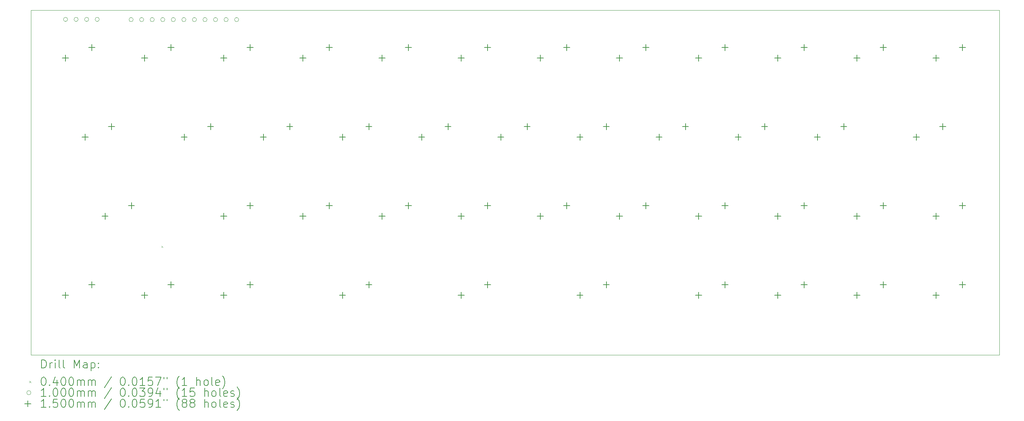
<source format=gbr>
%FSLAX45Y45*%
G04 Gerber Fmt 4.5, Leading zero omitted, Abs format (unit mm)*
G04 Created by KiCad (PCBNEW (6.0.2-0)) date 2022-03-14 11:49:52*
%MOMM*%
%LPD*%
G01*
G04 APERTURE LIST*
%TA.AperFunction,Profile*%
%ADD10C,0.050000*%
%TD*%
%ADD11C,0.200000*%
%ADD12C,0.040000*%
%ADD13C,0.100000*%
%ADD14C,0.150000*%
G04 APERTURE END LIST*
D10*
X9522000Y-11089000D02*
X32830000Y-11089000D01*
X32830000Y-11089000D02*
X32830000Y-19397000D01*
X32830000Y-19397000D02*
X9522000Y-19397000D01*
X9522000Y-19397000D02*
X9522000Y-11089000D01*
D11*
D12*
X12658500Y-16765500D02*
X12698500Y-16805500D01*
X12698500Y-16765500D02*
X12658500Y-16805500D01*
D13*
X10403000Y-11310000D02*
G75*
G03*
X10403000Y-11310000I-50000J0D01*
G01*
X10657000Y-11310000D02*
G75*
G03*
X10657000Y-11310000I-50000J0D01*
G01*
X10911000Y-11310000D02*
G75*
G03*
X10911000Y-11310000I-50000J0D01*
G01*
X11165000Y-11310000D02*
G75*
G03*
X11165000Y-11310000I-50000J0D01*
G01*
X11981000Y-11314000D02*
G75*
G03*
X11981000Y-11314000I-50000J0D01*
G01*
X12235000Y-11314000D02*
G75*
G03*
X12235000Y-11314000I-50000J0D01*
G01*
X12489000Y-11314000D02*
G75*
G03*
X12489000Y-11314000I-50000J0D01*
G01*
X12743000Y-11314000D02*
G75*
G03*
X12743000Y-11314000I-50000J0D01*
G01*
X12997000Y-11314000D02*
G75*
G03*
X12997000Y-11314000I-50000J0D01*
G01*
X13251000Y-11314000D02*
G75*
G03*
X13251000Y-11314000I-50000J0D01*
G01*
X13505000Y-11314000D02*
G75*
G03*
X13505000Y-11314000I-50000J0D01*
G01*
X13759000Y-11314000D02*
G75*
G03*
X13759000Y-11314000I-50000J0D01*
G01*
X14013000Y-11314000D02*
G75*
G03*
X14013000Y-11314000I-50000J0D01*
G01*
X14267000Y-11314000D02*
G75*
G03*
X14267000Y-11314000I-50000J0D01*
G01*
X14521000Y-11314000D02*
G75*
G03*
X14521000Y-11314000I-50000J0D01*
G01*
D14*
X10350500Y-12163000D02*
X10350500Y-12313000D01*
X10275500Y-12238000D02*
X10425500Y-12238000D01*
X10350500Y-17878000D02*
X10350500Y-18028000D01*
X10275500Y-17953000D02*
X10425500Y-17953000D01*
X10826750Y-14068000D02*
X10826750Y-14218000D01*
X10751750Y-14143000D02*
X10901750Y-14143000D01*
X10985500Y-11909000D02*
X10985500Y-12059000D01*
X10910500Y-11984000D02*
X11060500Y-11984000D01*
X10985500Y-17624000D02*
X10985500Y-17774000D01*
X10910500Y-17699000D02*
X11060500Y-17699000D01*
X11303000Y-15973000D02*
X11303000Y-16123000D01*
X11228000Y-16048000D02*
X11378000Y-16048000D01*
X11461750Y-13814000D02*
X11461750Y-13964000D01*
X11386750Y-13889000D02*
X11536750Y-13889000D01*
X11938000Y-15719000D02*
X11938000Y-15869000D01*
X11863000Y-15794000D02*
X12013000Y-15794000D01*
X12255500Y-12163000D02*
X12255500Y-12313000D01*
X12180500Y-12238000D02*
X12330500Y-12238000D01*
X12255500Y-17878000D02*
X12255500Y-18028000D01*
X12180500Y-17953000D02*
X12330500Y-17953000D01*
X12890500Y-11909000D02*
X12890500Y-12059000D01*
X12815500Y-11984000D02*
X12965500Y-11984000D01*
X12890500Y-17624000D02*
X12890500Y-17774000D01*
X12815500Y-17699000D02*
X12965500Y-17699000D01*
X13208000Y-14068000D02*
X13208000Y-14218000D01*
X13133000Y-14143000D02*
X13283000Y-14143000D01*
X13843000Y-13814000D02*
X13843000Y-13964000D01*
X13768000Y-13889000D02*
X13918000Y-13889000D01*
X14160500Y-12163000D02*
X14160500Y-12313000D01*
X14085500Y-12238000D02*
X14235500Y-12238000D01*
X14160500Y-15973000D02*
X14160500Y-16123000D01*
X14085500Y-16048000D02*
X14235500Y-16048000D01*
X14160500Y-17878000D02*
X14160500Y-18028000D01*
X14085500Y-17953000D02*
X14235500Y-17953000D01*
X14795500Y-11909000D02*
X14795500Y-12059000D01*
X14720500Y-11984000D02*
X14870500Y-11984000D01*
X14795500Y-15719000D02*
X14795500Y-15869000D01*
X14720500Y-15794000D02*
X14870500Y-15794000D01*
X14795500Y-17624000D02*
X14795500Y-17774000D01*
X14720500Y-17699000D02*
X14870500Y-17699000D01*
X15113000Y-14068000D02*
X15113000Y-14218000D01*
X15038000Y-14143000D02*
X15188000Y-14143000D01*
X15748000Y-13814000D02*
X15748000Y-13964000D01*
X15673000Y-13889000D02*
X15823000Y-13889000D01*
X16065500Y-12163000D02*
X16065500Y-12313000D01*
X15990500Y-12238000D02*
X16140500Y-12238000D01*
X16065500Y-15973000D02*
X16065500Y-16123000D01*
X15990500Y-16048000D02*
X16140500Y-16048000D01*
X16700500Y-11909000D02*
X16700500Y-12059000D01*
X16625500Y-11984000D02*
X16775500Y-11984000D01*
X16700500Y-15719000D02*
X16700500Y-15869000D01*
X16625500Y-15794000D02*
X16775500Y-15794000D01*
X17018000Y-14068000D02*
X17018000Y-14218000D01*
X16943000Y-14143000D02*
X17093000Y-14143000D01*
X17018000Y-17878000D02*
X17018000Y-18028000D01*
X16943000Y-17953000D02*
X17093000Y-17953000D01*
X17653000Y-13814000D02*
X17653000Y-13964000D01*
X17578000Y-13889000D02*
X17728000Y-13889000D01*
X17653000Y-17624000D02*
X17653000Y-17774000D01*
X17578000Y-17699000D02*
X17728000Y-17699000D01*
X17970500Y-12163000D02*
X17970500Y-12313000D01*
X17895500Y-12238000D02*
X18045500Y-12238000D01*
X17970500Y-15973000D02*
X17970500Y-16123000D01*
X17895500Y-16048000D02*
X18045500Y-16048000D01*
X18605500Y-11909000D02*
X18605500Y-12059000D01*
X18530500Y-11984000D02*
X18680500Y-11984000D01*
X18605500Y-15719000D02*
X18605500Y-15869000D01*
X18530500Y-15794000D02*
X18680500Y-15794000D01*
X18923000Y-14068000D02*
X18923000Y-14218000D01*
X18848000Y-14143000D02*
X18998000Y-14143000D01*
X19558000Y-13814000D02*
X19558000Y-13964000D01*
X19483000Y-13889000D02*
X19633000Y-13889000D01*
X19875500Y-12163000D02*
X19875500Y-12313000D01*
X19800500Y-12238000D02*
X19950500Y-12238000D01*
X19875500Y-15973000D02*
X19875500Y-16123000D01*
X19800500Y-16048000D02*
X19950500Y-16048000D01*
X19875500Y-17878000D02*
X19875500Y-18028000D01*
X19800500Y-17953000D02*
X19950500Y-17953000D01*
X20510500Y-11909000D02*
X20510500Y-12059000D01*
X20435500Y-11984000D02*
X20585500Y-11984000D01*
X20510500Y-15719000D02*
X20510500Y-15869000D01*
X20435500Y-15794000D02*
X20585500Y-15794000D01*
X20510500Y-17624000D02*
X20510500Y-17774000D01*
X20435500Y-17699000D02*
X20585500Y-17699000D01*
X20828000Y-14068000D02*
X20828000Y-14218000D01*
X20753000Y-14143000D02*
X20903000Y-14143000D01*
X21463000Y-13814000D02*
X21463000Y-13964000D01*
X21388000Y-13889000D02*
X21538000Y-13889000D01*
X21780500Y-12163000D02*
X21780500Y-12313000D01*
X21705500Y-12238000D02*
X21855500Y-12238000D01*
X21780500Y-15973000D02*
X21780500Y-16123000D01*
X21705500Y-16048000D02*
X21855500Y-16048000D01*
X22415500Y-11909000D02*
X22415500Y-12059000D01*
X22340500Y-11984000D02*
X22490500Y-11984000D01*
X22415500Y-15719000D02*
X22415500Y-15869000D01*
X22340500Y-15794000D02*
X22490500Y-15794000D01*
X22733000Y-14068000D02*
X22733000Y-14218000D01*
X22658000Y-14143000D02*
X22808000Y-14143000D01*
X22733000Y-17878000D02*
X22733000Y-18028000D01*
X22658000Y-17953000D02*
X22808000Y-17953000D01*
X23368000Y-13814000D02*
X23368000Y-13964000D01*
X23293000Y-13889000D02*
X23443000Y-13889000D01*
X23368000Y-17624000D02*
X23368000Y-17774000D01*
X23293000Y-17699000D02*
X23443000Y-17699000D01*
X23685500Y-12163000D02*
X23685500Y-12313000D01*
X23610500Y-12238000D02*
X23760500Y-12238000D01*
X23685500Y-15973000D02*
X23685500Y-16123000D01*
X23610500Y-16048000D02*
X23760500Y-16048000D01*
X24320500Y-11909000D02*
X24320500Y-12059000D01*
X24245500Y-11984000D02*
X24395500Y-11984000D01*
X24320500Y-15719000D02*
X24320500Y-15869000D01*
X24245500Y-15794000D02*
X24395500Y-15794000D01*
X24638000Y-14068000D02*
X24638000Y-14218000D01*
X24563000Y-14143000D02*
X24713000Y-14143000D01*
X25273000Y-13814000D02*
X25273000Y-13964000D01*
X25198000Y-13889000D02*
X25348000Y-13889000D01*
X25590500Y-12163000D02*
X25590500Y-12313000D01*
X25515500Y-12238000D02*
X25665500Y-12238000D01*
X25590500Y-15973000D02*
X25590500Y-16123000D01*
X25515500Y-16048000D02*
X25665500Y-16048000D01*
X25590500Y-17878000D02*
X25590500Y-18028000D01*
X25515500Y-17953000D02*
X25665500Y-17953000D01*
X26225500Y-11909000D02*
X26225500Y-12059000D01*
X26150500Y-11984000D02*
X26300500Y-11984000D01*
X26225500Y-15719000D02*
X26225500Y-15869000D01*
X26150500Y-15794000D02*
X26300500Y-15794000D01*
X26225500Y-17624000D02*
X26225500Y-17774000D01*
X26150500Y-17699000D02*
X26300500Y-17699000D01*
X26543000Y-14068000D02*
X26543000Y-14218000D01*
X26468000Y-14143000D02*
X26618000Y-14143000D01*
X27178000Y-13814000D02*
X27178000Y-13964000D01*
X27103000Y-13889000D02*
X27253000Y-13889000D01*
X27495500Y-12163000D02*
X27495500Y-12313000D01*
X27420500Y-12238000D02*
X27570500Y-12238000D01*
X27495500Y-15973000D02*
X27495500Y-16123000D01*
X27420500Y-16048000D02*
X27570500Y-16048000D01*
X27495500Y-17878000D02*
X27495500Y-18028000D01*
X27420500Y-17953000D02*
X27570500Y-17953000D01*
X28130500Y-11909000D02*
X28130500Y-12059000D01*
X28055500Y-11984000D02*
X28205500Y-11984000D01*
X28130500Y-15719000D02*
X28130500Y-15869000D01*
X28055500Y-15794000D02*
X28205500Y-15794000D01*
X28130500Y-17624000D02*
X28130500Y-17774000D01*
X28055500Y-17699000D02*
X28205500Y-17699000D01*
X28448000Y-14068000D02*
X28448000Y-14218000D01*
X28373000Y-14143000D02*
X28523000Y-14143000D01*
X29083000Y-13814000D02*
X29083000Y-13964000D01*
X29008000Y-13889000D02*
X29158000Y-13889000D01*
X29400500Y-12163000D02*
X29400500Y-12313000D01*
X29325500Y-12238000D02*
X29475500Y-12238000D01*
X29400500Y-15973000D02*
X29400500Y-16123000D01*
X29325500Y-16048000D02*
X29475500Y-16048000D01*
X29400500Y-17878000D02*
X29400500Y-18028000D01*
X29325500Y-17953000D02*
X29475500Y-17953000D01*
X30035500Y-11909000D02*
X30035500Y-12059000D01*
X29960500Y-11984000D02*
X30110500Y-11984000D01*
X30035500Y-15719000D02*
X30035500Y-15869000D01*
X29960500Y-15794000D02*
X30110500Y-15794000D01*
X30035500Y-17624000D02*
X30035500Y-17774000D01*
X29960500Y-17699000D02*
X30110500Y-17699000D01*
X30829250Y-14068000D02*
X30829250Y-14218000D01*
X30754250Y-14143000D02*
X30904250Y-14143000D01*
X31305500Y-12163000D02*
X31305500Y-12313000D01*
X31230500Y-12238000D02*
X31380500Y-12238000D01*
X31305500Y-15973000D02*
X31305500Y-16123000D01*
X31230500Y-16048000D02*
X31380500Y-16048000D01*
X31305500Y-17878000D02*
X31305500Y-18028000D01*
X31230500Y-17953000D02*
X31380500Y-17953000D01*
X31464250Y-13814000D02*
X31464250Y-13964000D01*
X31389250Y-13889000D02*
X31539250Y-13889000D01*
X31940500Y-11909000D02*
X31940500Y-12059000D01*
X31865500Y-11984000D02*
X32015500Y-11984000D01*
X31940500Y-15719000D02*
X31940500Y-15869000D01*
X31865500Y-15794000D02*
X32015500Y-15794000D01*
X31940500Y-17624000D02*
X31940500Y-17774000D01*
X31865500Y-17699000D02*
X32015500Y-17699000D01*
D11*
X9777119Y-19709976D02*
X9777119Y-19509976D01*
X9824738Y-19509976D01*
X9853310Y-19519500D01*
X9872357Y-19538548D01*
X9881881Y-19557595D01*
X9891405Y-19595690D01*
X9891405Y-19624262D01*
X9881881Y-19662357D01*
X9872357Y-19681405D01*
X9853310Y-19700452D01*
X9824738Y-19709976D01*
X9777119Y-19709976D01*
X9977119Y-19709976D02*
X9977119Y-19576643D01*
X9977119Y-19614738D02*
X9986643Y-19595690D01*
X9996167Y-19586167D01*
X10015214Y-19576643D01*
X10034262Y-19576643D01*
X10100929Y-19709976D02*
X10100929Y-19576643D01*
X10100929Y-19509976D02*
X10091405Y-19519500D01*
X10100929Y-19529024D01*
X10110452Y-19519500D01*
X10100929Y-19509976D01*
X10100929Y-19529024D01*
X10224738Y-19709976D02*
X10205690Y-19700452D01*
X10196167Y-19681405D01*
X10196167Y-19509976D01*
X10329500Y-19709976D02*
X10310452Y-19700452D01*
X10300929Y-19681405D01*
X10300929Y-19509976D01*
X10558071Y-19709976D02*
X10558071Y-19509976D01*
X10624738Y-19652833D01*
X10691405Y-19509976D01*
X10691405Y-19709976D01*
X10872357Y-19709976D02*
X10872357Y-19605214D01*
X10862833Y-19586167D01*
X10843786Y-19576643D01*
X10805690Y-19576643D01*
X10786643Y-19586167D01*
X10872357Y-19700452D02*
X10853310Y-19709976D01*
X10805690Y-19709976D01*
X10786643Y-19700452D01*
X10777119Y-19681405D01*
X10777119Y-19662357D01*
X10786643Y-19643310D01*
X10805690Y-19633786D01*
X10853310Y-19633786D01*
X10872357Y-19624262D01*
X10967595Y-19576643D02*
X10967595Y-19776643D01*
X10967595Y-19586167D02*
X10986643Y-19576643D01*
X11024738Y-19576643D01*
X11043786Y-19586167D01*
X11053310Y-19595690D01*
X11062833Y-19614738D01*
X11062833Y-19671881D01*
X11053310Y-19690929D01*
X11043786Y-19700452D01*
X11024738Y-19709976D01*
X10986643Y-19709976D01*
X10967595Y-19700452D01*
X11148548Y-19690929D02*
X11158071Y-19700452D01*
X11148548Y-19709976D01*
X11139024Y-19700452D01*
X11148548Y-19690929D01*
X11148548Y-19709976D01*
X11148548Y-19586167D02*
X11158071Y-19595690D01*
X11148548Y-19605214D01*
X11139024Y-19595690D01*
X11148548Y-19586167D01*
X11148548Y-19605214D01*
D12*
X9479500Y-20019500D02*
X9519500Y-20059500D01*
X9519500Y-20019500D02*
X9479500Y-20059500D01*
D11*
X9815214Y-19929976D02*
X9834262Y-19929976D01*
X9853310Y-19939500D01*
X9862833Y-19949024D01*
X9872357Y-19968071D01*
X9881881Y-20006167D01*
X9881881Y-20053786D01*
X9872357Y-20091881D01*
X9862833Y-20110929D01*
X9853310Y-20120452D01*
X9834262Y-20129976D01*
X9815214Y-20129976D01*
X9796167Y-20120452D01*
X9786643Y-20110929D01*
X9777119Y-20091881D01*
X9767595Y-20053786D01*
X9767595Y-20006167D01*
X9777119Y-19968071D01*
X9786643Y-19949024D01*
X9796167Y-19939500D01*
X9815214Y-19929976D01*
X9967595Y-20110929D02*
X9977119Y-20120452D01*
X9967595Y-20129976D01*
X9958071Y-20120452D01*
X9967595Y-20110929D01*
X9967595Y-20129976D01*
X10148548Y-19996643D02*
X10148548Y-20129976D01*
X10100929Y-19920452D02*
X10053310Y-20063310D01*
X10177119Y-20063310D01*
X10291405Y-19929976D02*
X10310452Y-19929976D01*
X10329500Y-19939500D01*
X10339024Y-19949024D01*
X10348548Y-19968071D01*
X10358071Y-20006167D01*
X10358071Y-20053786D01*
X10348548Y-20091881D01*
X10339024Y-20110929D01*
X10329500Y-20120452D01*
X10310452Y-20129976D01*
X10291405Y-20129976D01*
X10272357Y-20120452D01*
X10262833Y-20110929D01*
X10253310Y-20091881D01*
X10243786Y-20053786D01*
X10243786Y-20006167D01*
X10253310Y-19968071D01*
X10262833Y-19949024D01*
X10272357Y-19939500D01*
X10291405Y-19929976D01*
X10481881Y-19929976D02*
X10500929Y-19929976D01*
X10519976Y-19939500D01*
X10529500Y-19949024D01*
X10539024Y-19968071D01*
X10548548Y-20006167D01*
X10548548Y-20053786D01*
X10539024Y-20091881D01*
X10529500Y-20110929D01*
X10519976Y-20120452D01*
X10500929Y-20129976D01*
X10481881Y-20129976D01*
X10462833Y-20120452D01*
X10453310Y-20110929D01*
X10443786Y-20091881D01*
X10434262Y-20053786D01*
X10434262Y-20006167D01*
X10443786Y-19968071D01*
X10453310Y-19949024D01*
X10462833Y-19939500D01*
X10481881Y-19929976D01*
X10634262Y-20129976D02*
X10634262Y-19996643D01*
X10634262Y-20015690D02*
X10643786Y-20006167D01*
X10662833Y-19996643D01*
X10691405Y-19996643D01*
X10710452Y-20006167D01*
X10719976Y-20025214D01*
X10719976Y-20129976D01*
X10719976Y-20025214D02*
X10729500Y-20006167D01*
X10748548Y-19996643D01*
X10777119Y-19996643D01*
X10796167Y-20006167D01*
X10805690Y-20025214D01*
X10805690Y-20129976D01*
X10900929Y-20129976D02*
X10900929Y-19996643D01*
X10900929Y-20015690D02*
X10910452Y-20006167D01*
X10929500Y-19996643D01*
X10958071Y-19996643D01*
X10977119Y-20006167D01*
X10986643Y-20025214D01*
X10986643Y-20129976D01*
X10986643Y-20025214D02*
X10996167Y-20006167D01*
X11015214Y-19996643D01*
X11043786Y-19996643D01*
X11062833Y-20006167D01*
X11072357Y-20025214D01*
X11072357Y-20129976D01*
X11462833Y-19920452D02*
X11291405Y-20177595D01*
X11719976Y-19929976D02*
X11739024Y-19929976D01*
X11758071Y-19939500D01*
X11767595Y-19949024D01*
X11777119Y-19968071D01*
X11786643Y-20006167D01*
X11786643Y-20053786D01*
X11777119Y-20091881D01*
X11767595Y-20110929D01*
X11758071Y-20120452D01*
X11739024Y-20129976D01*
X11719976Y-20129976D01*
X11700928Y-20120452D01*
X11691405Y-20110929D01*
X11681881Y-20091881D01*
X11672357Y-20053786D01*
X11672357Y-20006167D01*
X11681881Y-19968071D01*
X11691405Y-19949024D01*
X11700928Y-19939500D01*
X11719976Y-19929976D01*
X11872357Y-20110929D02*
X11881881Y-20120452D01*
X11872357Y-20129976D01*
X11862833Y-20120452D01*
X11872357Y-20110929D01*
X11872357Y-20129976D01*
X12005690Y-19929976D02*
X12024738Y-19929976D01*
X12043786Y-19939500D01*
X12053309Y-19949024D01*
X12062833Y-19968071D01*
X12072357Y-20006167D01*
X12072357Y-20053786D01*
X12062833Y-20091881D01*
X12053309Y-20110929D01*
X12043786Y-20120452D01*
X12024738Y-20129976D01*
X12005690Y-20129976D01*
X11986643Y-20120452D01*
X11977119Y-20110929D01*
X11967595Y-20091881D01*
X11958071Y-20053786D01*
X11958071Y-20006167D01*
X11967595Y-19968071D01*
X11977119Y-19949024D01*
X11986643Y-19939500D01*
X12005690Y-19929976D01*
X12262833Y-20129976D02*
X12148548Y-20129976D01*
X12205690Y-20129976D02*
X12205690Y-19929976D01*
X12186643Y-19958548D01*
X12167595Y-19977595D01*
X12148548Y-19987119D01*
X12443786Y-19929976D02*
X12348548Y-19929976D01*
X12339024Y-20025214D01*
X12348548Y-20015690D01*
X12367595Y-20006167D01*
X12415214Y-20006167D01*
X12434262Y-20015690D01*
X12443786Y-20025214D01*
X12453309Y-20044262D01*
X12453309Y-20091881D01*
X12443786Y-20110929D01*
X12434262Y-20120452D01*
X12415214Y-20129976D01*
X12367595Y-20129976D01*
X12348548Y-20120452D01*
X12339024Y-20110929D01*
X12519976Y-19929976D02*
X12653309Y-19929976D01*
X12567595Y-20129976D01*
X12719976Y-19929976D02*
X12719976Y-19968071D01*
X12796167Y-19929976D02*
X12796167Y-19968071D01*
X13091405Y-20206167D02*
X13081881Y-20196643D01*
X13062833Y-20168071D01*
X13053309Y-20149024D01*
X13043786Y-20120452D01*
X13034262Y-20072833D01*
X13034262Y-20034738D01*
X13043786Y-19987119D01*
X13053309Y-19958548D01*
X13062833Y-19939500D01*
X13081881Y-19910929D01*
X13091405Y-19901405D01*
X13272357Y-20129976D02*
X13158071Y-20129976D01*
X13215214Y-20129976D02*
X13215214Y-19929976D01*
X13196167Y-19958548D01*
X13177119Y-19977595D01*
X13158071Y-19987119D01*
X13510452Y-20129976D02*
X13510452Y-19929976D01*
X13596167Y-20129976D02*
X13596167Y-20025214D01*
X13586643Y-20006167D01*
X13567595Y-19996643D01*
X13539024Y-19996643D01*
X13519976Y-20006167D01*
X13510452Y-20015690D01*
X13719976Y-20129976D02*
X13700928Y-20120452D01*
X13691405Y-20110929D01*
X13681881Y-20091881D01*
X13681881Y-20034738D01*
X13691405Y-20015690D01*
X13700928Y-20006167D01*
X13719976Y-19996643D01*
X13748548Y-19996643D01*
X13767595Y-20006167D01*
X13777119Y-20015690D01*
X13786643Y-20034738D01*
X13786643Y-20091881D01*
X13777119Y-20110929D01*
X13767595Y-20120452D01*
X13748548Y-20129976D01*
X13719976Y-20129976D01*
X13900928Y-20129976D02*
X13881881Y-20120452D01*
X13872357Y-20101405D01*
X13872357Y-19929976D01*
X14053309Y-20120452D02*
X14034262Y-20129976D01*
X13996167Y-20129976D01*
X13977119Y-20120452D01*
X13967595Y-20101405D01*
X13967595Y-20025214D01*
X13977119Y-20006167D01*
X13996167Y-19996643D01*
X14034262Y-19996643D01*
X14053309Y-20006167D01*
X14062833Y-20025214D01*
X14062833Y-20044262D01*
X13967595Y-20063310D01*
X14129500Y-20206167D02*
X14139024Y-20196643D01*
X14158071Y-20168071D01*
X14167595Y-20149024D01*
X14177119Y-20120452D01*
X14186643Y-20072833D01*
X14186643Y-20034738D01*
X14177119Y-19987119D01*
X14167595Y-19958548D01*
X14158071Y-19939500D01*
X14139024Y-19910929D01*
X14129500Y-19901405D01*
D13*
X9519500Y-20303500D02*
G75*
G03*
X9519500Y-20303500I-50000J0D01*
G01*
D11*
X9881881Y-20393976D02*
X9767595Y-20393976D01*
X9824738Y-20393976D02*
X9824738Y-20193976D01*
X9805690Y-20222548D01*
X9786643Y-20241595D01*
X9767595Y-20251119D01*
X9967595Y-20374929D02*
X9977119Y-20384452D01*
X9967595Y-20393976D01*
X9958071Y-20384452D01*
X9967595Y-20374929D01*
X9967595Y-20393976D01*
X10100929Y-20193976D02*
X10119976Y-20193976D01*
X10139024Y-20203500D01*
X10148548Y-20213024D01*
X10158071Y-20232071D01*
X10167595Y-20270167D01*
X10167595Y-20317786D01*
X10158071Y-20355881D01*
X10148548Y-20374929D01*
X10139024Y-20384452D01*
X10119976Y-20393976D01*
X10100929Y-20393976D01*
X10081881Y-20384452D01*
X10072357Y-20374929D01*
X10062833Y-20355881D01*
X10053310Y-20317786D01*
X10053310Y-20270167D01*
X10062833Y-20232071D01*
X10072357Y-20213024D01*
X10081881Y-20203500D01*
X10100929Y-20193976D01*
X10291405Y-20193976D02*
X10310452Y-20193976D01*
X10329500Y-20203500D01*
X10339024Y-20213024D01*
X10348548Y-20232071D01*
X10358071Y-20270167D01*
X10358071Y-20317786D01*
X10348548Y-20355881D01*
X10339024Y-20374929D01*
X10329500Y-20384452D01*
X10310452Y-20393976D01*
X10291405Y-20393976D01*
X10272357Y-20384452D01*
X10262833Y-20374929D01*
X10253310Y-20355881D01*
X10243786Y-20317786D01*
X10243786Y-20270167D01*
X10253310Y-20232071D01*
X10262833Y-20213024D01*
X10272357Y-20203500D01*
X10291405Y-20193976D01*
X10481881Y-20193976D02*
X10500929Y-20193976D01*
X10519976Y-20203500D01*
X10529500Y-20213024D01*
X10539024Y-20232071D01*
X10548548Y-20270167D01*
X10548548Y-20317786D01*
X10539024Y-20355881D01*
X10529500Y-20374929D01*
X10519976Y-20384452D01*
X10500929Y-20393976D01*
X10481881Y-20393976D01*
X10462833Y-20384452D01*
X10453310Y-20374929D01*
X10443786Y-20355881D01*
X10434262Y-20317786D01*
X10434262Y-20270167D01*
X10443786Y-20232071D01*
X10453310Y-20213024D01*
X10462833Y-20203500D01*
X10481881Y-20193976D01*
X10634262Y-20393976D02*
X10634262Y-20260643D01*
X10634262Y-20279690D02*
X10643786Y-20270167D01*
X10662833Y-20260643D01*
X10691405Y-20260643D01*
X10710452Y-20270167D01*
X10719976Y-20289214D01*
X10719976Y-20393976D01*
X10719976Y-20289214D02*
X10729500Y-20270167D01*
X10748548Y-20260643D01*
X10777119Y-20260643D01*
X10796167Y-20270167D01*
X10805690Y-20289214D01*
X10805690Y-20393976D01*
X10900929Y-20393976D02*
X10900929Y-20260643D01*
X10900929Y-20279690D02*
X10910452Y-20270167D01*
X10929500Y-20260643D01*
X10958071Y-20260643D01*
X10977119Y-20270167D01*
X10986643Y-20289214D01*
X10986643Y-20393976D01*
X10986643Y-20289214D02*
X10996167Y-20270167D01*
X11015214Y-20260643D01*
X11043786Y-20260643D01*
X11062833Y-20270167D01*
X11072357Y-20289214D01*
X11072357Y-20393976D01*
X11462833Y-20184452D02*
X11291405Y-20441595D01*
X11719976Y-20193976D02*
X11739024Y-20193976D01*
X11758071Y-20203500D01*
X11767595Y-20213024D01*
X11777119Y-20232071D01*
X11786643Y-20270167D01*
X11786643Y-20317786D01*
X11777119Y-20355881D01*
X11767595Y-20374929D01*
X11758071Y-20384452D01*
X11739024Y-20393976D01*
X11719976Y-20393976D01*
X11700928Y-20384452D01*
X11691405Y-20374929D01*
X11681881Y-20355881D01*
X11672357Y-20317786D01*
X11672357Y-20270167D01*
X11681881Y-20232071D01*
X11691405Y-20213024D01*
X11700928Y-20203500D01*
X11719976Y-20193976D01*
X11872357Y-20374929D02*
X11881881Y-20384452D01*
X11872357Y-20393976D01*
X11862833Y-20384452D01*
X11872357Y-20374929D01*
X11872357Y-20393976D01*
X12005690Y-20193976D02*
X12024738Y-20193976D01*
X12043786Y-20203500D01*
X12053309Y-20213024D01*
X12062833Y-20232071D01*
X12072357Y-20270167D01*
X12072357Y-20317786D01*
X12062833Y-20355881D01*
X12053309Y-20374929D01*
X12043786Y-20384452D01*
X12024738Y-20393976D01*
X12005690Y-20393976D01*
X11986643Y-20384452D01*
X11977119Y-20374929D01*
X11967595Y-20355881D01*
X11958071Y-20317786D01*
X11958071Y-20270167D01*
X11967595Y-20232071D01*
X11977119Y-20213024D01*
X11986643Y-20203500D01*
X12005690Y-20193976D01*
X12139024Y-20193976D02*
X12262833Y-20193976D01*
X12196167Y-20270167D01*
X12224738Y-20270167D01*
X12243786Y-20279690D01*
X12253309Y-20289214D01*
X12262833Y-20308262D01*
X12262833Y-20355881D01*
X12253309Y-20374929D01*
X12243786Y-20384452D01*
X12224738Y-20393976D01*
X12167595Y-20393976D01*
X12148548Y-20384452D01*
X12139024Y-20374929D01*
X12358071Y-20393976D02*
X12396167Y-20393976D01*
X12415214Y-20384452D01*
X12424738Y-20374929D01*
X12443786Y-20346357D01*
X12453309Y-20308262D01*
X12453309Y-20232071D01*
X12443786Y-20213024D01*
X12434262Y-20203500D01*
X12415214Y-20193976D01*
X12377119Y-20193976D01*
X12358071Y-20203500D01*
X12348548Y-20213024D01*
X12339024Y-20232071D01*
X12339024Y-20279690D01*
X12348548Y-20298738D01*
X12358071Y-20308262D01*
X12377119Y-20317786D01*
X12415214Y-20317786D01*
X12434262Y-20308262D01*
X12443786Y-20298738D01*
X12453309Y-20279690D01*
X12624738Y-20260643D02*
X12624738Y-20393976D01*
X12577119Y-20184452D02*
X12529500Y-20327310D01*
X12653309Y-20327310D01*
X12719976Y-20193976D02*
X12719976Y-20232071D01*
X12796167Y-20193976D02*
X12796167Y-20232071D01*
X13091405Y-20470167D02*
X13081881Y-20460643D01*
X13062833Y-20432071D01*
X13053309Y-20413024D01*
X13043786Y-20384452D01*
X13034262Y-20336833D01*
X13034262Y-20298738D01*
X13043786Y-20251119D01*
X13053309Y-20222548D01*
X13062833Y-20203500D01*
X13081881Y-20174929D01*
X13091405Y-20165405D01*
X13272357Y-20393976D02*
X13158071Y-20393976D01*
X13215214Y-20393976D02*
X13215214Y-20193976D01*
X13196167Y-20222548D01*
X13177119Y-20241595D01*
X13158071Y-20251119D01*
X13453309Y-20193976D02*
X13358071Y-20193976D01*
X13348548Y-20289214D01*
X13358071Y-20279690D01*
X13377119Y-20270167D01*
X13424738Y-20270167D01*
X13443786Y-20279690D01*
X13453309Y-20289214D01*
X13462833Y-20308262D01*
X13462833Y-20355881D01*
X13453309Y-20374929D01*
X13443786Y-20384452D01*
X13424738Y-20393976D01*
X13377119Y-20393976D01*
X13358071Y-20384452D01*
X13348548Y-20374929D01*
X13700928Y-20393976D02*
X13700928Y-20193976D01*
X13786643Y-20393976D02*
X13786643Y-20289214D01*
X13777119Y-20270167D01*
X13758071Y-20260643D01*
X13729500Y-20260643D01*
X13710452Y-20270167D01*
X13700928Y-20279690D01*
X13910452Y-20393976D02*
X13891405Y-20384452D01*
X13881881Y-20374929D01*
X13872357Y-20355881D01*
X13872357Y-20298738D01*
X13881881Y-20279690D01*
X13891405Y-20270167D01*
X13910452Y-20260643D01*
X13939024Y-20260643D01*
X13958071Y-20270167D01*
X13967595Y-20279690D01*
X13977119Y-20298738D01*
X13977119Y-20355881D01*
X13967595Y-20374929D01*
X13958071Y-20384452D01*
X13939024Y-20393976D01*
X13910452Y-20393976D01*
X14091405Y-20393976D02*
X14072357Y-20384452D01*
X14062833Y-20365405D01*
X14062833Y-20193976D01*
X14243786Y-20384452D02*
X14224738Y-20393976D01*
X14186643Y-20393976D01*
X14167595Y-20384452D01*
X14158071Y-20365405D01*
X14158071Y-20289214D01*
X14167595Y-20270167D01*
X14186643Y-20260643D01*
X14224738Y-20260643D01*
X14243786Y-20270167D01*
X14253309Y-20289214D01*
X14253309Y-20308262D01*
X14158071Y-20327310D01*
X14329500Y-20384452D02*
X14348548Y-20393976D01*
X14386643Y-20393976D01*
X14405690Y-20384452D01*
X14415214Y-20365405D01*
X14415214Y-20355881D01*
X14405690Y-20336833D01*
X14386643Y-20327310D01*
X14358071Y-20327310D01*
X14339024Y-20317786D01*
X14329500Y-20298738D01*
X14329500Y-20289214D01*
X14339024Y-20270167D01*
X14358071Y-20260643D01*
X14386643Y-20260643D01*
X14405690Y-20270167D01*
X14481881Y-20470167D02*
X14491405Y-20460643D01*
X14510452Y-20432071D01*
X14519976Y-20413024D01*
X14529500Y-20384452D01*
X14539024Y-20336833D01*
X14539024Y-20298738D01*
X14529500Y-20251119D01*
X14519976Y-20222548D01*
X14510452Y-20203500D01*
X14491405Y-20174929D01*
X14481881Y-20165405D01*
D14*
X9444500Y-20492500D02*
X9444500Y-20642500D01*
X9369500Y-20567500D02*
X9519500Y-20567500D01*
D11*
X9881881Y-20657976D02*
X9767595Y-20657976D01*
X9824738Y-20657976D02*
X9824738Y-20457976D01*
X9805690Y-20486548D01*
X9786643Y-20505595D01*
X9767595Y-20515119D01*
X9967595Y-20638929D02*
X9977119Y-20648452D01*
X9967595Y-20657976D01*
X9958071Y-20648452D01*
X9967595Y-20638929D01*
X9967595Y-20657976D01*
X10158071Y-20457976D02*
X10062833Y-20457976D01*
X10053310Y-20553214D01*
X10062833Y-20543690D01*
X10081881Y-20534167D01*
X10129500Y-20534167D01*
X10148548Y-20543690D01*
X10158071Y-20553214D01*
X10167595Y-20572262D01*
X10167595Y-20619881D01*
X10158071Y-20638929D01*
X10148548Y-20648452D01*
X10129500Y-20657976D01*
X10081881Y-20657976D01*
X10062833Y-20648452D01*
X10053310Y-20638929D01*
X10291405Y-20457976D02*
X10310452Y-20457976D01*
X10329500Y-20467500D01*
X10339024Y-20477024D01*
X10348548Y-20496071D01*
X10358071Y-20534167D01*
X10358071Y-20581786D01*
X10348548Y-20619881D01*
X10339024Y-20638929D01*
X10329500Y-20648452D01*
X10310452Y-20657976D01*
X10291405Y-20657976D01*
X10272357Y-20648452D01*
X10262833Y-20638929D01*
X10253310Y-20619881D01*
X10243786Y-20581786D01*
X10243786Y-20534167D01*
X10253310Y-20496071D01*
X10262833Y-20477024D01*
X10272357Y-20467500D01*
X10291405Y-20457976D01*
X10481881Y-20457976D02*
X10500929Y-20457976D01*
X10519976Y-20467500D01*
X10529500Y-20477024D01*
X10539024Y-20496071D01*
X10548548Y-20534167D01*
X10548548Y-20581786D01*
X10539024Y-20619881D01*
X10529500Y-20638929D01*
X10519976Y-20648452D01*
X10500929Y-20657976D01*
X10481881Y-20657976D01*
X10462833Y-20648452D01*
X10453310Y-20638929D01*
X10443786Y-20619881D01*
X10434262Y-20581786D01*
X10434262Y-20534167D01*
X10443786Y-20496071D01*
X10453310Y-20477024D01*
X10462833Y-20467500D01*
X10481881Y-20457976D01*
X10634262Y-20657976D02*
X10634262Y-20524643D01*
X10634262Y-20543690D02*
X10643786Y-20534167D01*
X10662833Y-20524643D01*
X10691405Y-20524643D01*
X10710452Y-20534167D01*
X10719976Y-20553214D01*
X10719976Y-20657976D01*
X10719976Y-20553214D02*
X10729500Y-20534167D01*
X10748548Y-20524643D01*
X10777119Y-20524643D01*
X10796167Y-20534167D01*
X10805690Y-20553214D01*
X10805690Y-20657976D01*
X10900929Y-20657976D02*
X10900929Y-20524643D01*
X10900929Y-20543690D02*
X10910452Y-20534167D01*
X10929500Y-20524643D01*
X10958071Y-20524643D01*
X10977119Y-20534167D01*
X10986643Y-20553214D01*
X10986643Y-20657976D01*
X10986643Y-20553214D02*
X10996167Y-20534167D01*
X11015214Y-20524643D01*
X11043786Y-20524643D01*
X11062833Y-20534167D01*
X11072357Y-20553214D01*
X11072357Y-20657976D01*
X11462833Y-20448452D02*
X11291405Y-20705595D01*
X11719976Y-20457976D02*
X11739024Y-20457976D01*
X11758071Y-20467500D01*
X11767595Y-20477024D01*
X11777119Y-20496071D01*
X11786643Y-20534167D01*
X11786643Y-20581786D01*
X11777119Y-20619881D01*
X11767595Y-20638929D01*
X11758071Y-20648452D01*
X11739024Y-20657976D01*
X11719976Y-20657976D01*
X11700928Y-20648452D01*
X11691405Y-20638929D01*
X11681881Y-20619881D01*
X11672357Y-20581786D01*
X11672357Y-20534167D01*
X11681881Y-20496071D01*
X11691405Y-20477024D01*
X11700928Y-20467500D01*
X11719976Y-20457976D01*
X11872357Y-20638929D02*
X11881881Y-20648452D01*
X11872357Y-20657976D01*
X11862833Y-20648452D01*
X11872357Y-20638929D01*
X11872357Y-20657976D01*
X12005690Y-20457976D02*
X12024738Y-20457976D01*
X12043786Y-20467500D01*
X12053309Y-20477024D01*
X12062833Y-20496071D01*
X12072357Y-20534167D01*
X12072357Y-20581786D01*
X12062833Y-20619881D01*
X12053309Y-20638929D01*
X12043786Y-20648452D01*
X12024738Y-20657976D01*
X12005690Y-20657976D01*
X11986643Y-20648452D01*
X11977119Y-20638929D01*
X11967595Y-20619881D01*
X11958071Y-20581786D01*
X11958071Y-20534167D01*
X11967595Y-20496071D01*
X11977119Y-20477024D01*
X11986643Y-20467500D01*
X12005690Y-20457976D01*
X12253309Y-20457976D02*
X12158071Y-20457976D01*
X12148548Y-20553214D01*
X12158071Y-20543690D01*
X12177119Y-20534167D01*
X12224738Y-20534167D01*
X12243786Y-20543690D01*
X12253309Y-20553214D01*
X12262833Y-20572262D01*
X12262833Y-20619881D01*
X12253309Y-20638929D01*
X12243786Y-20648452D01*
X12224738Y-20657976D01*
X12177119Y-20657976D01*
X12158071Y-20648452D01*
X12148548Y-20638929D01*
X12358071Y-20657976D02*
X12396167Y-20657976D01*
X12415214Y-20648452D01*
X12424738Y-20638929D01*
X12443786Y-20610357D01*
X12453309Y-20572262D01*
X12453309Y-20496071D01*
X12443786Y-20477024D01*
X12434262Y-20467500D01*
X12415214Y-20457976D01*
X12377119Y-20457976D01*
X12358071Y-20467500D01*
X12348548Y-20477024D01*
X12339024Y-20496071D01*
X12339024Y-20543690D01*
X12348548Y-20562738D01*
X12358071Y-20572262D01*
X12377119Y-20581786D01*
X12415214Y-20581786D01*
X12434262Y-20572262D01*
X12443786Y-20562738D01*
X12453309Y-20543690D01*
X12643786Y-20657976D02*
X12529500Y-20657976D01*
X12586643Y-20657976D02*
X12586643Y-20457976D01*
X12567595Y-20486548D01*
X12548548Y-20505595D01*
X12529500Y-20515119D01*
X12719976Y-20457976D02*
X12719976Y-20496071D01*
X12796167Y-20457976D02*
X12796167Y-20496071D01*
X13091405Y-20734167D02*
X13081881Y-20724643D01*
X13062833Y-20696071D01*
X13053309Y-20677024D01*
X13043786Y-20648452D01*
X13034262Y-20600833D01*
X13034262Y-20562738D01*
X13043786Y-20515119D01*
X13053309Y-20486548D01*
X13062833Y-20467500D01*
X13081881Y-20438929D01*
X13091405Y-20429405D01*
X13196167Y-20543690D02*
X13177119Y-20534167D01*
X13167595Y-20524643D01*
X13158071Y-20505595D01*
X13158071Y-20496071D01*
X13167595Y-20477024D01*
X13177119Y-20467500D01*
X13196167Y-20457976D01*
X13234262Y-20457976D01*
X13253309Y-20467500D01*
X13262833Y-20477024D01*
X13272357Y-20496071D01*
X13272357Y-20505595D01*
X13262833Y-20524643D01*
X13253309Y-20534167D01*
X13234262Y-20543690D01*
X13196167Y-20543690D01*
X13177119Y-20553214D01*
X13167595Y-20562738D01*
X13158071Y-20581786D01*
X13158071Y-20619881D01*
X13167595Y-20638929D01*
X13177119Y-20648452D01*
X13196167Y-20657976D01*
X13234262Y-20657976D01*
X13253309Y-20648452D01*
X13262833Y-20638929D01*
X13272357Y-20619881D01*
X13272357Y-20581786D01*
X13262833Y-20562738D01*
X13253309Y-20553214D01*
X13234262Y-20543690D01*
X13386643Y-20543690D02*
X13367595Y-20534167D01*
X13358071Y-20524643D01*
X13348548Y-20505595D01*
X13348548Y-20496071D01*
X13358071Y-20477024D01*
X13367595Y-20467500D01*
X13386643Y-20457976D01*
X13424738Y-20457976D01*
X13443786Y-20467500D01*
X13453309Y-20477024D01*
X13462833Y-20496071D01*
X13462833Y-20505595D01*
X13453309Y-20524643D01*
X13443786Y-20534167D01*
X13424738Y-20543690D01*
X13386643Y-20543690D01*
X13367595Y-20553214D01*
X13358071Y-20562738D01*
X13348548Y-20581786D01*
X13348548Y-20619881D01*
X13358071Y-20638929D01*
X13367595Y-20648452D01*
X13386643Y-20657976D01*
X13424738Y-20657976D01*
X13443786Y-20648452D01*
X13453309Y-20638929D01*
X13462833Y-20619881D01*
X13462833Y-20581786D01*
X13453309Y-20562738D01*
X13443786Y-20553214D01*
X13424738Y-20543690D01*
X13700928Y-20657976D02*
X13700928Y-20457976D01*
X13786643Y-20657976D02*
X13786643Y-20553214D01*
X13777119Y-20534167D01*
X13758071Y-20524643D01*
X13729500Y-20524643D01*
X13710452Y-20534167D01*
X13700928Y-20543690D01*
X13910452Y-20657976D02*
X13891405Y-20648452D01*
X13881881Y-20638929D01*
X13872357Y-20619881D01*
X13872357Y-20562738D01*
X13881881Y-20543690D01*
X13891405Y-20534167D01*
X13910452Y-20524643D01*
X13939024Y-20524643D01*
X13958071Y-20534167D01*
X13967595Y-20543690D01*
X13977119Y-20562738D01*
X13977119Y-20619881D01*
X13967595Y-20638929D01*
X13958071Y-20648452D01*
X13939024Y-20657976D01*
X13910452Y-20657976D01*
X14091405Y-20657976D02*
X14072357Y-20648452D01*
X14062833Y-20629405D01*
X14062833Y-20457976D01*
X14243786Y-20648452D02*
X14224738Y-20657976D01*
X14186643Y-20657976D01*
X14167595Y-20648452D01*
X14158071Y-20629405D01*
X14158071Y-20553214D01*
X14167595Y-20534167D01*
X14186643Y-20524643D01*
X14224738Y-20524643D01*
X14243786Y-20534167D01*
X14253309Y-20553214D01*
X14253309Y-20572262D01*
X14158071Y-20591310D01*
X14329500Y-20648452D02*
X14348548Y-20657976D01*
X14386643Y-20657976D01*
X14405690Y-20648452D01*
X14415214Y-20629405D01*
X14415214Y-20619881D01*
X14405690Y-20600833D01*
X14386643Y-20591310D01*
X14358071Y-20591310D01*
X14339024Y-20581786D01*
X14329500Y-20562738D01*
X14329500Y-20553214D01*
X14339024Y-20534167D01*
X14358071Y-20524643D01*
X14386643Y-20524643D01*
X14405690Y-20534167D01*
X14481881Y-20734167D02*
X14491405Y-20724643D01*
X14510452Y-20696071D01*
X14519976Y-20677024D01*
X14529500Y-20648452D01*
X14539024Y-20600833D01*
X14539024Y-20562738D01*
X14529500Y-20515119D01*
X14519976Y-20486548D01*
X14510452Y-20467500D01*
X14491405Y-20438929D01*
X14481881Y-20429405D01*
M02*

</source>
